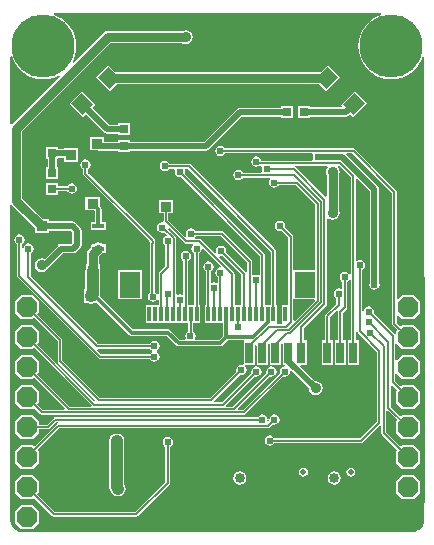
<source format=gbl>
G04*
G04 #@! TF.GenerationSoftware,Altium Limited,Altium Designer,19.0.4 (130)*
G04*
G04 Layer_Physical_Order=2*
G04 Layer_Color=16711680*
%FSLAX25Y25*%
%MOIN*%
G70*
G01*
G75*
%ADD10C,0.01000*%
%ADD13C,0.00600*%
%ADD14C,0.00500*%
%ADD19R,0.03000X0.03000*%
%ADD22R,0.03500X0.03800*%
%ADD23R,0.03800X0.03500*%
%ADD24R,0.03000X0.03000*%
%ADD55C,0.01968*%
%ADD58C,0.01200*%
%ADD59C,0.03000*%
%ADD60C,0.02000*%
%ADD61C,0.04000*%
%ADD63C,0.03347*%
%ADD64C,0.21000*%
%ADD65P,0.07360X8X22.5*%
%ADD66C,0.03600*%
%ADD67C,0.02400*%
%ADD68C,0.01800*%
%ADD69R,0.08000X0.08661*%
%ADD70R,0.06299X0.05512*%
%ADD71R,0.04724X0.05512*%
%ADD72R,0.02756X0.07087*%
G04:AMPARAMS|DCode=73|XSize=47.24mil|YSize=55.12mil|CornerRadius=0mil|HoleSize=0mil|Usage=FLASHONLY|Rotation=315.000|XOffset=0mil|YOffset=0mil|HoleType=Round|Shape=Rectangle|*
%AMROTATEDRECTD73*
4,1,4,-0.03619,-0.00278,0.00278,0.03619,0.03619,0.00278,-0.00278,-0.03619,-0.03619,-0.00278,0.0*
%
%ADD73ROTATEDRECTD73*%

%ADD74R,0.03740X0.03543*%
%ADD75R,0.03740X0.03543*%
G04:AMPARAMS|DCode=76|XSize=47.24mil|YSize=55.12mil|CornerRadius=0mil|HoleSize=0mil|Usage=FLASHONLY|Rotation=225.000|XOffset=0mil|YOffset=0mil|HoleType=Round|Shape=Rectangle|*
%AMROTATEDRECTD76*
4,1,4,-0.00278,0.03619,0.03619,-0.00278,0.00278,-0.03619,-0.03619,0.00278,-0.00278,0.03619,0.0*
%
%ADD76ROTATEDRECTD76*%

%ADD77R,0.03937X0.01772*%
%ADD78R,0.07087X0.08661*%
%ADD79R,0.01181X0.05118*%
G36*
X284590Y317494D02*
X282991Y316831D01*
X281514Y315927D01*
X280198Y314802D01*
X279073Y313486D01*
X278169Y312009D01*
X277506Y310410D01*
X277102Y308726D01*
X276966Y307000D01*
X277102Y305274D01*
X277506Y303590D01*
X278169Y301991D01*
X279073Y300514D01*
X280198Y299198D01*
X281514Y298073D01*
X282991Y297169D01*
X284590Y296506D01*
X286274Y296102D01*
X288000Y295966D01*
X289726Y296102D01*
X291410Y296506D01*
X293009Y297169D01*
X294486Y298073D01*
X295802Y299198D01*
X296927Y300514D01*
X297831Y301991D01*
X298494Y303590D01*
X298980Y303475D01*
Y149000D01*
X298983Y148989D01*
X298848Y147969D01*
X298450Y147008D01*
X297817Y146183D01*
X296992Y145550D01*
X296031Y145152D01*
X295011Y145017D01*
X295000Y145020D01*
X165000D01*
X164989Y145017D01*
X163969Y145152D01*
X163008Y145550D01*
X162183Y146183D01*
X161550Y147008D01*
X161152Y147969D01*
X161017Y148989D01*
X161020Y149000D01*
Y253964D01*
X161520Y254116D01*
X161558Y254058D01*
X169250Y246366D01*
Y244600D01*
X173750D01*
Y245471D01*
X181126D01*
X181730Y244866D01*
Y241393D01*
X181386Y241049D01*
X178020D01*
X177434Y240933D01*
X177394Y240905D01*
X176815D01*
Y240478D01*
X172461Y236124D01*
X172397Y236167D01*
X171500Y236345D01*
X170603Y236167D01*
X169842Y235658D01*
X169333Y234897D01*
X169155Y234000D01*
X169333Y233103D01*
X169842Y232342D01*
X170603Y231833D01*
X171500Y231655D01*
X172397Y231833D01*
X173158Y232342D01*
X173513Y232873D01*
X173581Y232919D01*
X178653Y237990D01*
X182020D01*
X182605Y238107D01*
X183101Y238438D01*
X184341Y239678D01*
X184673Y240175D01*
X184789Y240760D01*
Y245500D01*
X184673Y246085D01*
X184341Y246581D01*
X182841Y248081D01*
X182345Y248413D01*
X181760Y248529D01*
X173750D01*
Y249400D01*
X171984D01*
X165039Y256345D01*
Y278655D01*
X194345Y307961D01*
X218357D01*
X218547Y307833D01*
X219445Y307655D01*
X220342Y307833D01*
X221103Y308342D01*
X221611Y309103D01*
X221790Y310000D01*
X221611Y310897D01*
X221103Y311658D01*
X220342Y312167D01*
X219445Y312345D01*
X218547Y312167D01*
X218357Y312039D01*
X193500D01*
X192720Y311884D01*
X192058Y311442D01*
X182119Y301502D01*
X181723Y301814D01*
X181831Y301991D01*
X182494Y303590D01*
X182898Y305274D01*
X183034Y307000D01*
X182898Y308726D01*
X182494Y310410D01*
X181831Y312009D01*
X180927Y313486D01*
X179802Y314802D01*
X178486Y315927D01*
X177009Y316831D01*
X175410Y317494D01*
X175525Y317981D01*
X284475D01*
X284590Y317494D01*
D02*
G37*
G36*
X162169Y301991D02*
X163073Y300514D01*
X164198Y299198D01*
X165514Y298073D01*
X166991Y297169D01*
X168590Y296506D01*
X170274Y296102D01*
X172000Y295966D01*
X173726Y296102D01*
X175410Y296506D01*
X177009Y297169D01*
X177186Y297277D01*
X177498Y296881D01*
X161558Y280942D01*
X161520Y280884D01*
X161020Y281036D01*
Y303475D01*
X161506Y303590D01*
X162169Y301991D01*
D02*
G37*
%LPC*%
G36*
X266824Y300780D02*
X264537Y298493D01*
X195963D01*
X193676Y300780D01*
X189628Y296732D01*
X194232Y292128D01*
X196519Y294415D01*
X263981D01*
X266267Y292128D01*
X270872Y296732D01*
X266824Y300780D01*
D02*
G37*
G36*
X275732Y291872D02*
X271128Y287267D01*
X271404Y286991D01*
X271213Y286529D01*
X260800D01*
Y287000D01*
X256800D01*
Y283000D01*
X260800D01*
Y283471D01*
X272908D01*
X273493Y283587D01*
X273990Y283919D01*
X274233Y284162D01*
X275176Y283220D01*
X279780Y287824D01*
X275732Y291872D01*
D02*
G37*
G36*
X255150Y286994D02*
X251150D01*
Y286523D01*
X237494D01*
X236908Y286407D01*
X236412Y286075D01*
X225517Y275179D01*
X201006D01*
Y275650D01*
X197006D01*
Y275179D01*
X192196D01*
Y276772D01*
X187456D01*
Y272228D01*
X190134D01*
X190676Y272121D01*
X197006D01*
Y271650D01*
X201006D01*
Y272121D01*
X226150D01*
X226735Y272237D01*
X227231Y272569D01*
X238127Y283464D01*
X251150D01*
Y282994D01*
X255150D01*
Y286994D01*
D02*
G37*
G36*
X184767Y291872D02*
X180720Y287824D01*
X185324Y283220D01*
X186267Y284162D01*
X192210Y278219D01*
X192707Y277887D01*
X193292Y277771D01*
X197000D01*
Y277300D01*
X201000D01*
Y281300D01*
X197000D01*
Y280829D01*
X193925D01*
X188430Y286325D01*
X189372Y287267D01*
X184767Y291872D01*
D02*
G37*
G36*
X231000Y273733D02*
X230337Y273601D01*
X229774Y273226D01*
X229399Y272663D01*
X229267Y272000D01*
X229399Y271337D01*
X229774Y270774D01*
X230337Y270399D01*
X231000Y270267D01*
X231663Y270399D01*
X232226Y270774D01*
X232566Y271284D01*
X261712D01*
X261980Y270784D01*
X261899Y270663D01*
X261767Y270000D01*
X261899Y269337D01*
X261952Y269257D01*
X261716Y268816D01*
X244671D01*
X244601Y269163D01*
X244226Y269726D01*
X243663Y270101D01*
X243000Y270233D01*
X242337Y270101D01*
X241774Y269726D01*
X241399Y269163D01*
X241267Y268500D01*
X241399Y267837D01*
X241774Y267274D01*
X242337Y266899D01*
X243000Y266767D01*
X243663Y266899D01*
X244091Y267184D01*
X244716D01*
X244952Y266743D01*
X244899Y266663D01*
X244767Y266000D01*
X244899Y265337D01*
X244952Y265257D01*
X244716Y264816D01*
X238499D01*
X238226Y265226D01*
X237663Y265601D01*
X237000Y265733D01*
X236337Y265601D01*
X235774Y265226D01*
X235399Y264663D01*
X235267Y264000D01*
X235399Y263337D01*
X235774Y262774D01*
X236337Y262399D01*
X237000Y262267D01*
X237663Y262399D01*
X238226Y262774D01*
X238499Y263184D01*
X247529D01*
X247668Y262887D01*
X247715Y262684D01*
X247367Y262163D01*
X247235Y261500D01*
X247367Y260837D01*
X247743Y260274D01*
X248305Y259899D01*
X248969Y259767D01*
X249632Y259899D01*
X250194Y260274D01*
X250468Y260684D01*
X256162D01*
X262684Y254162D01*
Y232331D01*
X255316D01*
Y243500D01*
X255254Y243812D01*
X255077Y244077D01*
X255077Y244077D01*
X252574Y246579D01*
X252670Y247063D01*
X252538Y247726D01*
X252163Y248289D01*
X251600Y248664D01*
X250937Y248796D01*
X250274Y248664D01*
X249711Y248289D01*
X249336Y247726D01*
X249204Y247063D01*
X249336Y246400D01*
X249711Y245837D01*
X250274Y245462D01*
X250937Y245330D01*
X251421Y245426D01*
X253684Y243162D01*
Y220728D01*
X251547D01*
Y214610D01*
X251169Y214316D01*
X250169D01*
X249791Y214610D01*
Y220728D01*
X249516D01*
Y238799D01*
X249454Y239111D01*
X249277Y239376D01*
X249277Y239376D01*
X221077Y267577D01*
X220812Y267754D01*
X220500Y267816D01*
X220500Y267816D01*
X214000D01*
X213726Y268226D01*
X213163Y268601D01*
X212500Y268733D01*
X211837Y268601D01*
X211274Y268226D01*
X210899Y267663D01*
X210767Y267000D01*
X210899Y266337D01*
X211274Y265774D01*
X211837Y265399D01*
X212500Y265267D01*
X213163Y265399D01*
X213726Y265774D01*
X214000Y266184D01*
X215716D01*
X215952Y265743D01*
X215899Y265663D01*
X215767Y265000D01*
X215899Y264337D01*
X216274Y263774D01*
X216837Y263399D01*
X217500Y263267D01*
X217984Y263363D01*
X244184Y237162D01*
Y230784D01*
X243743Y230548D01*
X243663Y230601D01*
X243000Y230733D01*
X242337Y230601D01*
X242142Y230472D01*
X241642Y230739D01*
Y235173D01*
X241642Y235173D01*
X241580Y235485D01*
X241404Y235750D01*
X241404Y235750D01*
X232077Y245077D01*
X231812Y245254D01*
X231500Y245316D01*
X231500Y245316D01*
X222700D01*
X222426Y245726D01*
X221863Y246101D01*
X221200Y246233D01*
X220537Y246101D01*
X219974Y245726D01*
X219599Y245163D01*
X219467Y244500D01*
X219599Y243837D01*
X219749Y243612D01*
X219361Y243293D01*
X213716Y248938D01*
Y251250D01*
X215300D01*
Y255750D01*
X210500D01*
Y251250D01*
X212084D01*
Y248634D01*
X212074Y248591D01*
X211652Y248210D01*
X211535Y248233D01*
X210872Y248101D01*
X210310Y247726D01*
X209934Y247163D01*
X209802Y246500D01*
X209934Y245837D01*
X210310Y245274D01*
X210872Y244899D01*
X211535Y244767D01*
X212199Y244899D01*
X212288Y244958D01*
X213112Y244134D01*
X212967Y243656D01*
X212872Y243637D01*
X212310Y243261D01*
X211934Y242699D01*
X211802Y242035D01*
X211934Y241372D01*
X212310Y240810D01*
X212720Y240536D01*
Y233574D01*
X210722Y231577D01*
X210546Y231312D01*
X210484Y231000D01*
X210484Y231000D01*
Y224491D01*
X209983Y224340D01*
X209726Y224726D01*
X209163Y225101D01*
X209116Y225111D01*
Y240921D01*
X209254Y241127D01*
X209316Y241440D01*
Y242000D01*
X209316Y242000D01*
X209254Y242312D01*
X209077Y242577D01*
X209077Y242577D01*
X186816Y264838D01*
Y266000D01*
X187226Y266274D01*
X187601Y266837D01*
X187733Y267500D01*
X187601Y268163D01*
X187226Y268726D01*
X186663Y269101D01*
X186000Y269233D01*
X185337Y269101D01*
X184774Y268726D01*
X184399Y268163D01*
X184267Y267500D01*
X184399Y266837D01*
X184774Y266274D01*
X185184Y266000D01*
Y264500D01*
X185184Y264500D01*
X185246Y264188D01*
X185423Y263923D01*
X207646Y241701D01*
X207546Y241552D01*
X207484Y241240D01*
X207484Y241240D01*
Y224866D01*
X207274Y224726D01*
X206899Y224163D01*
X206767Y223500D01*
X206899Y222837D01*
X207274Y222274D01*
X207837Y221899D01*
X208500Y221767D01*
X209163Y221899D01*
X209726Y222274D01*
X209983Y222660D01*
X210484Y222509D01*
Y220728D01*
X206272D01*
Y214610D01*
X220326D01*
Y212094D01*
X219774Y211726D01*
X219399Y211163D01*
X219267Y210500D01*
X219399Y209837D01*
X219542Y209622D01*
X219275Y209121D01*
X217559D01*
X214388Y212293D01*
X214024Y212536D01*
X213595Y212622D01*
X213595Y212621D01*
X201965D01*
X190940Y223646D01*
X191049Y224193D01*
Y232000D01*
X190900Y232749D01*
Y234250D01*
X190539D01*
Y236868D01*
X191749Y238078D01*
X191787Y238134D01*
X192776D01*
Y240905D01*
X191787D01*
X191749Y240962D01*
X191087Y241404D01*
X190307Y241559D01*
X189527Y241404D01*
X188865Y240962D01*
X188809Y240905D01*
X187839D01*
Y239935D01*
X187058Y239155D01*
X186616Y238493D01*
X186461Y237713D01*
Y234250D01*
X186100D01*
Y232749D01*
X185951Y232000D01*
Y225943D01*
X185600D01*
Y224442D01*
X185451Y223693D01*
X185600Y222944D01*
Y221443D01*
X186867D01*
X187024Y221338D01*
X188000Y221144D01*
X188976Y221338D01*
X189132Y221443D01*
X189971D01*
X200707Y210707D01*
X200707Y210707D01*
X201071Y210464D01*
X201500Y210379D01*
X213130D01*
X216301Y207207D01*
X216302Y207207D01*
X216665Y206964D01*
X217095Y206878D01*
X217095Y206878D01*
X231000D01*
X231000Y206878D01*
X231429Y206964D01*
X231793Y207207D01*
X233465Y208878D01*
X238776D01*
Y201082D01*
X238328Y200668D01*
X238000Y200733D01*
X237337Y200601D01*
X236774Y200226D01*
X236399Y199663D01*
X236267Y199000D01*
X236375Y198456D01*
X227683Y189765D01*
X190817D01*
X178265Y202317D01*
Y209000D01*
X178207Y209293D01*
X178041Y209541D01*
X169966Y217616D01*
X170400Y218050D01*
Y221950D01*
X168450Y223900D01*
X164550D01*
X162600Y221950D01*
Y218050D01*
X164550Y216100D01*
X168450D01*
X168884Y216534D01*
X176735Y208683D01*
Y202000D01*
X176794Y201707D01*
X176959Y201459D01*
X189299Y189120D01*
X189134Y188577D01*
X189026Y188555D01*
X169966Y207616D01*
X170400Y208050D01*
Y211950D01*
X168450Y213900D01*
X164550D01*
X162600Y211950D01*
Y208050D01*
X164550Y206100D01*
X168450D01*
X168884Y206534D01*
X188154Y187265D01*
X187947Y186765D01*
X180817D01*
X169966Y197616D01*
X170400Y198050D01*
Y201950D01*
X168450Y203900D01*
X164550D01*
X162600Y201950D01*
Y198050D01*
X164550Y196100D01*
X168450D01*
X168884Y196534D01*
X179191Y186228D01*
X179000Y185766D01*
X171888D01*
X170002Y187652D01*
X170400Y188050D01*
Y191950D01*
X168450Y193900D01*
X164550D01*
X162600Y191950D01*
Y188050D01*
X164550Y186100D01*
X168450D01*
X168848Y186498D01*
X170973Y184373D01*
X170973Y184373D01*
X171238Y184196D01*
X171550Y184134D01*
X171550Y184134D01*
X238950D01*
X238950Y184134D01*
X239262Y184196D01*
X239527Y184373D01*
X252016Y196863D01*
X252500Y196767D01*
X253163Y196899D01*
X253726Y197274D01*
X254101Y197837D01*
X254233Y198500D01*
X254191Y198711D01*
X254652Y198957D01*
X260457Y193152D01*
X260427Y193000D01*
X260606Y192103D01*
X261114Y191342D01*
X261875Y190833D01*
X262772Y190655D01*
X263670Y190833D01*
X264431Y191342D01*
X264939Y192103D01*
X265117Y193000D01*
X264939Y193897D01*
X264431Y194658D01*
X263670Y195167D01*
X262772Y195345D01*
X262620Y195315D01*
X257602Y200333D01*
X257793Y200795D01*
X259854D01*
Y208882D01*
X258792D01*
Y213027D01*
X266277Y220512D01*
X266277Y220512D01*
X266454Y220777D01*
X266516Y221089D01*
Y249498D01*
X267016Y249726D01*
X267603Y249333D01*
X268500Y249155D01*
X269397Y249333D01*
X270158Y249842D01*
X270667Y250603D01*
X270845Y251500D01*
X270667Y252397D01*
X270539Y252588D01*
Y263912D01*
X270667Y264103D01*
X270845Y265000D01*
X270667Y265897D01*
X270228Y266554D01*
X270355Y266937D01*
X270444Y267063D01*
X270743Y267104D01*
X274483Y263363D01*
Y230991D01*
X273984Y230840D01*
X273726Y231226D01*
X273163Y231601D01*
X272500Y231733D01*
X271837Y231601D01*
X271274Y231226D01*
X270899Y230663D01*
X270767Y230000D01*
X270899Y229337D01*
X271274Y228774D01*
X271684Y228500D01*
Y226284D01*
X271243Y226048D01*
X271163Y226101D01*
X270500Y226233D01*
X269837Y226101D01*
X269274Y225726D01*
X268899Y225163D01*
X268767Y224500D01*
X268899Y223837D01*
X269274Y223274D01*
X269684Y223000D01*
Y221138D01*
X266061Y217515D01*
X265884Y217250D01*
X265822Y216938D01*
X265822Y216938D01*
Y208882D01*
X264760D01*
Y200795D01*
X268516D01*
Y208882D01*
X267454D01*
Y216600D01*
X269767Y218914D01*
X270191Y218630D01*
X270153Y218440D01*
X270153Y218440D01*
Y208882D01*
X269091D01*
Y200795D01*
X272846D01*
Y208882D01*
X271784D01*
Y218102D01*
X273077Y219395D01*
X273077Y219395D01*
X273254Y219659D01*
X273316Y219972D01*
X273316Y219972D01*
Y228500D01*
X273726Y228774D01*
X273984Y229160D01*
X274483Y229009D01*
Y208882D01*
X273421D01*
Y200795D01*
X277177D01*
Y208882D01*
X276115D01*
Y231775D01*
X276615Y232059D01*
X276684Y232017D01*
Y212000D01*
X276684Y212000D01*
X276746Y211688D01*
X276923Y211423D01*
X283184Y205162D01*
Y181838D01*
X277662Y176316D01*
X249000D01*
X248726Y176726D01*
X248163Y177101D01*
X247500Y177233D01*
X246837Y177101D01*
X246274Y176726D01*
X245899Y176163D01*
X245767Y175500D01*
X245899Y174837D01*
X246274Y174274D01*
X246837Y173899D01*
X247500Y173767D01*
X248163Y173899D01*
X248726Y174274D01*
X249000Y174684D01*
X278000D01*
X278000Y174684D01*
X278312Y174746D01*
X278577Y174923D01*
X284184Y180531D01*
X284684Y180324D01*
Y178000D01*
X284684Y178000D01*
X284746Y177688D01*
X284923Y177423D01*
X289998Y172348D01*
X289600Y171950D01*
Y168050D01*
X291550Y166100D01*
X295450D01*
X297400Y168050D01*
Y171950D01*
X295450Y173900D01*
X291550D01*
X291152Y173502D01*
X286316Y178338D01*
Y185324D01*
X286816Y185531D01*
X289998Y182348D01*
X289600Y181950D01*
Y178050D01*
X291550Y176100D01*
X295450D01*
X297400Y178050D01*
Y181950D01*
X295450Y183900D01*
X291550D01*
X291152Y183502D01*
X287816Y186838D01*
Y193824D01*
X288316Y194031D01*
X289998Y192348D01*
X289600Y191950D01*
Y188050D01*
X291550Y186100D01*
X295450D01*
X297400Y188050D01*
Y191950D01*
X295450Y193900D01*
X291550D01*
X291152Y193502D01*
X289316Y195338D01*
Y197627D01*
X289816Y197834D01*
X291550Y196100D01*
X295450D01*
X297400Y198050D01*
Y201950D01*
X295450Y203900D01*
X291550D01*
X289816Y202166D01*
X289316Y202373D01*
Y207627D01*
X289816Y207834D01*
X291550Y206100D01*
X295450D01*
X297400Y208050D01*
Y211950D01*
X295450Y213900D01*
X291550D01*
X291152Y213502D01*
X289816Y214838D01*
Y217181D01*
X290278Y217372D01*
X291550Y216100D01*
X295450D01*
X297400Y218050D01*
Y221950D01*
X295450Y223900D01*
X291550D01*
X290278Y222628D01*
X289816Y222819D01*
Y258500D01*
X289754Y258812D01*
X289577Y259077D01*
X289577Y259077D01*
X275977Y272677D01*
X275712Y272854D01*
X275400Y272916D01*
X275400Y272916D01*
X232433D01*
X232226Y273226D01*
X231663Y273601D01*
X231000Y273733D01*
D02*
G37*
G36*
X177000Y273200D02*
X173000D01*
Y269200D01*
X173471D01*
Y266850D01*
X172994D01*
Y262850D01*
X176994D01*
Y266850D01*
X176529D01*
Y269200D01*
X177000D01*
Y269671D01*
X178804D01*
Y268488D01*
X183544D01*
Y273031D01*
X178804D01*
Y272729D01*
X177000D01*
Y273200D01*
D02*
G37*
G36*
X181500Y261233D02*
X180837Y261101D01*
X180274Y260726D01*
X180000Y260316D01*
X177000D01*
Y261200D01*
X173000D01*
Y257200D01*
X177000D01*
Y258684D01*
X180000D01*
X180274Y258274D01*
X180837Y257899D01*
X181500Y257767D01*
X182163Y257899D01*
X182726Y258274D01*
X183101Y258837D01*
X183233Y259500D01*
X183101Y260163D01*
X182726Y260726D01*
X182163Y261101D01*
X181500Y261233D01*
D02*
G37*
G36*
X190800Y256750D02*
X186000D01*
Y252250D01*
X189064D01*
X189186Y252128D01*
Y248386D01*
X187839D01*
Y245614D01*
X192776D01*
Y248386D01*
X191429D01*
Y252593D01*
X191429Y252593D01*
X191343Y253022D01*
X191100Y253386D01*
X191100Y253386D01*
X190800Y253686D01*
Y256750D01*
D02*
G37*
G36*
X204909Y232331D02*
X196823D01*
Y222669D01*
X204909D01*
Y232331D01*
D02*
G37*
G36*
X164000Y244233D02*
X163337Y244101D01*
X162774Y243726D01*
X162399Y243163D01*
X162267Y242500D01*
X162399Y241837D01*
X162774Y241274D01*
X163184Y241000D01*
Y230500D01*
X163184Y230500D01*
X163246Y230188D01*
X163423Y229923D01*
X190423Y202923D01*
X190423Y202923D01*
X190688Y202746D01*
X191000Y202684D01*
X191000Y202684D01*
X207500D01*
X207774Y202274D01*
X208337Y201899D01*
X209000Y201767D01*
X209663Y201899D01*
X210226Y202274D01*
X210601Y202837D01*
X210733Y203500D01*
X210601Y204163D01*
X210226Y204726D01*
X209864Y204967D01*
Y205533D01*
X210226Y205774D01*
X210601Y206337D01*
X210733Y207000D01*
X210601Y207663D01*
X210226Y208226D01*
X209663Y208601D01*
X209000Y208733D01*
X208337Y208601D01*
X207774Y208226D01*
X207500Y207816D01*
X190338D01*
X167816Y230338D01*
Y238000D01*
X168226Y238274D01*
X168601Y238837D01*
X168733Y239500D01*
X168601Y240163D01*
X168226Y240726D01*
X167663Y241101D01*
X167000Y241233D01*
X166337Y241101D01*
X165774Y240726D01*
X165416Y240190D01*
X165399Y240163D01*
X165269Y239751D01*
X165265Y239751D01*
X164816Y239874D01*
Y241000D01*
X165226Y241274D01*
X165601Y241837D01*
X165733Y242500D01*
X165601Y243163D01*
X165226Y243726D01*
X164663Y244101D01*
X164000Y244233D01*
D02*
G37*
G36*
X249000Y184233D02*
X248337Y184101D01*
X247774Y183726D01*
X247399Y183163D01*
X247267Y182500D01*
X247307Y182296D01*
X247003Y181970D01*
X246708Y182373D01*
X246733Y182500D01*
X246601Y183163D01*
X246226Y183726D01*
X245663Y184101D01*
X245000Y184233D01*
X244337Y184101D01*
X243774Y183726D01*
X243466Y183265D01*
X176000D01*
X175707Y183206D01*
X175459Y183041D01*
X175459Y183041D01*
X173183Y180765D01*
X170400D01*
Y181950D01*
X168450Y183900D01*
X164550D01*
X162600Y181950D01*
Y178050D01*
X164550Y176100D01*
X168450D01*
X170400Y178050D01*
Y179235D01*
X173500D01*
X173793Y179294D01*
X174041Y179459D01*
X176317Y181735D01*
X176803D01*
X176852Y181235D01*
X176707Y181207D01*
X176459Y181041D01*
X168884Y173466D01*
X168450Y173900D01*
X164550D01*
X162600Y171950D01*
Y168050D01*
X164550Y166100D01*
X168450D01*
X170400Y168050D01*
Y171950D01*
X169966Y172384D01*
X177317Y179735D01*
X247000D01*
X247293Y179794D01*
X247541Y179959D01*
X248456Y180875D01*
X249000Y180767D01*
X249663Y180899D01*
X250226Y181274D01*
X250601Y181837D01*
X250733Y182500D01*
X250601Y183163D01*
X250226Y183726D01*
X249663Y184101D01*
X249000Y184233D01*
D02*
G37*
G36*
X274500Y166513D02*
X273921Y166398D01*
X273430Y166070D01*
X273102Y165579D01*
X272987Y165000D01*
X273102Y164421D01*
X273430Y163930D01*
X273921Y163602D01*
X274500Y163487D01*
X275079Y163602D01*
X275570Y163930D01*
X275898Y164421D01*
X276013Y165000D01*
X275898Y165579D01*
X275570Y166070D01*
X275079Y166398D01*
X274500Y166513D01*
D02*
G37*
G36*
X258700D02*
X258121Y166398D01*
X257630Y166070D01*
X257302Y165579D01*
X257187Y165000D01*
X257302Y164421D01*
X257630Y163930D01*
X258121Y163602D01*
X258700Y163487D01*
X259279Y163602D01*
X259770Y163930D01*
X260098Y164421D01*
X260213Y165000D01*
X260098Y165579D01*
X259770Y166070D01*
X259279Y166398D01*
X258700Y166513D01*
D02*
G37*
G36*
X269000Y165216D02*
X268152Y165047D01*
X267433Y164567D01*
X266953Y163848D01*
X266784Y163000D01*
X266953Y162152D01*
X267433Y161433D01*
X268152Y160953D01*
X269000Y160784D01*
X269848Y160953D01*
X270567Y161433D01*
X271047Y162152D01*
X271216Y163000D01*
X271047Y163848D01*
X270567Y164567D01*
X269848Y165047D01*
X269000Y165216D01*
D02*
G37*
G36*
X237504D02*
X236656Y165047D01*
X235937Y164567D01*
X235457Y163848D01*
X235288Y163000D01*
X235457Y162152D01*
X235937Y161433D01*
X236656Y160953D01*
X237504Y160784D01*
X238352Y160953D01*
X239071Y161433D01*
X239551Y162152D01*
X239720Y163000D01*
X239551Y163848D01*
X239071Y164567D01*
X238352Y165047D01*
X237504Y165216D01*
D02*
G37*
G36*
X196500Y178049D02*
X195525Y177855D01*
X194698Y177302D01*
X194145Y176476D01*
X193951Y175500D01*
Y160000D01*
X194145Y159025D01*
X194698Y158198D01*
X195198Y157698D01*
X196025Y157145D01*
X197000Y156951D01*
X197976Y157145D01*
X198802Y157698D01*
X199355Y158525D01*
X199549Y159500D01*
X199355Y160476D01*
X199049Y160933D01*
Y175500D01*
X198855Y176476D01*
X198302Y177302D01*
X197476Y177855D01*
X196500Y178049D01*
D02*
G37*
G36*
X295450Y163900D02*
X291550D01*
X289600Y161950D01*
Y158050D01*
X291550Y156100D01*
X295450D01*
X297400Y158050D01*
Y161950D01*
X295450Y163900D01*
D02*
G37*
G36*
X213500Y176733D02*
X212837Y176601D01*
X212274Y176226D01*
X211899Y175663D01*
X211767Y175000D01*
X211899Y174337D01*
X212274Y173774D01*
X212684Y173500D01*
Y161838D01*
X202662Y151816D01*
X175838D01*
X170002Y157652D01*
X170400Y158050D01*
Y161950D01*
X168450Y163900D01*
X164550D01*
X162600Y161950D01*
Y158050D01*
X164550Y156100D01*
X168450D01*
X168848Y156498D01*
X174923Y150423D01*
X174923Y150423D01*
X175188Y150246D01*
X175500Y150184D01*
X203000D01*
X203000Y150184D01*
X203312Y150246D01*
X203577Y150423D01*
X214077Y160923D01*
X214077Y160923D01*
X214254Y161188D01*
X214316Y161500D01*
Y173500D01*
X214726Y173774D01*
X215101Y174337D01*
X215233Y175000D01*
X215101Y175663D01*
X214726Y176226D01*
X214163Y176601D01*
X213500Y176733D01*
D02*
G37*
G36*
X168450Y153900D02*
X164550D01*
X162600Y151950D01*
Y148050D01*
X164550Y146100D01*
X168450D01*
X170400Y148050D01*
Y151950D01*
X168450Y153900D01*
D02*
G37*
%LPD*%
G36*
X266881Y266684D02*
X266842Y266658D01*
X266333Y265897D01*
X266155Y265000D01*
X266333Y264103D01*
X266461Y263912D01*
Y256900D01*
X265961Y256693D01*
X256077Y266577D01*
X255916Y266684D01*
X256014Y267184D01*
X266729D01*
X266881Y266684D01*
D02*
G37*
G36*
X240011Y234835D02*
Y231756D01*
X239511Y231605D01*
X239435Y231718D01*
X232889Y238264D01*
X232985Y238748D01*
X232853Y239411D01*
X232478Y239974D01*
X231915Y240349D01*
X231252Y240481D01*
X230589Y240349D01*
X230026Y239974D01*
X229651Y239411D01*
X229519Y238748D01*
X229620Y238241D01*
X229159Y237995D01*
X224577Y242577D01*
X224312Y242754D01*
X224000Y242816D01*
X224000Y242816D01*
X222639D01*
X222501Y243113D01*
X222461Y243283D01*
X222757Y243684D01*
X231162D01*
X240011Y234835D01*
D02*
G37*
G36*
X231129Y233717D02*
X231062Y233465D01*
X230922Y233218D01*
X230337Y233101D01*
X229774Y232726D01*
X229399Y232163D01*
X229267Y231500D01*
X229399Y230837D01*
X229774Y230274D01*
X230184Y230000D01*
Y228284D01*
X229743Y228048D01*
X229663Y228101D01*
X229477Y228138D01*
X229328Y228238D01*
X229016Y228300D01*
X228704Y228238D01*
X228568Y228147D01*
X228337Y228101D01*
X228257Y228048D01*
X227816Y228284D01*
Y231969D01*
X228273Y232274D01*
X228649Y232837D01*
X228781Y233500D01*
X228649Y234163D01*
X228273Y234726D01*
X227711Y235101D01*
X227047Y235233D01*
X226384Y235101D01*
X225822Y234726D01*
X225446Y234163D01*
X225314Y233500D01*
X225446Y232837D01*
X225822Y232274D01*
X226184Y232032D01*
Y220728D01*
X225957D01*
Y214610D01*
X231831D01*
Y210417D01*
X230535Y209121D01*
X222725D01*
X222458Y209622D01*
X222601Y209837D01*
X222733Y210500D01*
X222601Y211163D01*
X222226Y211726D01*
X221957Y211905D01*
Y214610D01*
X224201D01*
Y220728D01*
X223926D01*
Y237890D01*
X224336Y238164D01*
X224712Y238726D01*
X224828Y239311D01*
X225075Y239452D01*
X225328Y239519D01*
X231129Y233717D01*
D02*
G37*
G36*
X288184Y258162D02*
Y214500D01*
X288184Y214500D01*
X288246Y214188D01*
X288423Y213923D01*
X289998Y212348D01*
X289600Y211950D01*
Y211194D01*
X289100Y211042D01*
X289077Y211077D01*
X289077Y211077D01*
X282137Y218016D01*
X282233Y218500D01*
X282101Y219163D01*
X281726Y219726D01*
X281163Y220101D01*
X280500Y220233D01*
X279837Y220101D01*
X279274Y219726D01*
X278899Y219163D01*
X278816Y218746D01*
X278316Y218795D01*
Y232500D01*
X278726Y232774D01*
X279101Y233337D01*
X279233Y234000D01*
X279101Y234663D01*
X278726Y235226D01*
X278163Y235601D01*
X277500Y235733D01*
X276837Y235601D01*
X276615Y235453D01*
X276115Y235720D01*
Y262614D01*
X276577Y262806D01*
X280821Y258562D01*
Y228271D01*
X280749Y228163D01*
X280617Y227500D01*
X280749Y226837D01*
X281124Y226274D01*
X281687Y225899D01*
X282350Y225767D01*
X283013Y225899D01*
X283576Y226274D01*
X283951Y226837D01*
X284083Y227500D01*
X283951Y228163D01*
X283879Y228271D01*
Y259196D01*
X283763Y259781D01*
X283431Y260277D01*
X272924Y270784D01*
X273131Y271284D01*
X275062D01*
X288184Y258162D01*
D02*
G37*
G36*
X247885Y238461D02*
Y220728D01*
X245816D01*
Y237500D01*
X245754Y237812D01*
X245577Y238077D01*
X245577Y238077D01*
X219137Y264516D01*
X219233Y265000D01*
X219101Y265663D01*
X219048Y265743D01*
X219284Y266184D01*
X220162D01*
X247885Y238461D01*
D02*
G37*
G36*
X231252Y237015D02*
X231736Y237111D01*
X238043Y230804D01*
Y220728D01*
X235737D01*
Y231079D01*
X235737Y231079D01*
X235675Y231391D01*
X235498Y231656D01*
X235498Y231656D01*
X230499Y236655D01*
X230745Y237116D01*
X231252Y237015D01*
D02*
G37*
G36*
X214086Y246260D02*
X218923Y241423D01*
X219188Y241246D01*
X219500Y241184D01*
X219500Y241184D01*
X221836D01*
X221988Y240684D01*
X221885Y240615D01*
X221509Y240053D01*
X221377Y239390D01*
X221509Y238726D01*
X221885Y238164D01*
X222294Y237890D01*
Y220728D01*
X220316D01*
Y235500D01*
X220726Y235774D01*
X221101Y236337D01*
X221233Y237000D01*
X221101Y237663D01*
X220726Y238226D01*
X220163Y238601D01*
X219500Y238733D01*
X218837Y238601D01*
X218274Y238226D01*
X217899Y237663D01*
X217767Y237000D01*
X217899Y236337D01*
X218274Y235774D01*
X218684Y235500D01*
Y224284D01*
X218243Y224048D01*
X218163Y224101D01*
X217500Y224233D01*
X216837Y224101D01*
X216757Y224048D01*
X216316Y224284D01*
Y241029D01*
X216351Y241207D01*
Y242864D01*
X216289Y243176D01*
X216112Y243441D01*
X216112Y243441D01*
X213561Y245992D01*
X213561Y246079D01*
X214016Y246269D01*
X214086Y246260D01*
D02*
G37*
G36*
X262516Y222169D02*
X255816Y215469D01*
X255316Y215676D01*
Y222669D01*
X262309D01*
X262516Y222169D01*
D02*
G37*
G36*
X251768Y207563D02*
Y200795D01*
X252467D01*
X252519Y200708D01*
X252518Y200688D01*
X252251Y200184D01*
X251837Y200101D01*
X251274Y199726D01*
X250899Y199163D01*
X250767Y198500D01*
X250863Y198016D01*
X238612Y185766D01*
X237000D01*
X236809Y186228D01*
X247456Y196875D01*
X248000Y196767D01*
X248663Y196899D01*
X249226Y197274D01*
X249601Y197837D01*
X249733Y198500D01*
X249601Y199163D01*
X249226Y199726D01*
X248663Y200101D01*
X248000Y200233D01*
X247337Y200101D01*
X246774Y199726D01*
X246399Y199163D01*
X246267Y198500D01*
X246375Y197956D01*
X235183Y186765D01*
X233053D01*
X232846Y187265D01*
X242456Y196875D01*
X243000Y196767D01*
X243663Y196899D01*
X244226Y197274D01*
X244601Y197837D01*
X244733Y198500D01*
X244601Y199163D01*
X244226Y199726D01*
X243663Y200101D01*
X243000Y200233D01*
X242337Y200101D01*
X241774Y199726D01*
X241399Y199163D01*
X241267Y198500D01*
X241375Y197956D01*
X231683Y188265D01*
X229053D01*
X228846Y188765D01*
X237456Y197375D01*
X238000Y197267D01*
X238663Y197399D01*
X239226Y197774D01*
X239601Y198337D01*
X239733Y199000D01*
X239601Y199663D01*
X239226Y200226D01*
X239121Y200295D01*
X239273Y200795D01*
X242531D01*
Y207217D01*
X242606Y207267D01*
X243106Y206999D01*
Y200795D01*
X246862D01*
Y207754D01*
X246937Y207804D01*
X247437Y207537D01*
Y200795D01*
X251193D01*
Y207780D01*
X251268Y207830D01*
X251768Y207563D01*
D02*
G37*
G36*
X207774Y205774D02*
X208136Y205533D01*
Y204967D01*
X207774Y204726D01*
X207500Y204316D01*
X191338D01*
X189950Y205703D01*
X189951Y205714D01*
X190176Y206184D01*
X207500D01*
X207774Y205774D01*
D02*
G37*
D10*
X291500Y237000D02*
X298500Y230000D01*
X168300Y231700D02*
Y236900D01*
Y231700D02*
X172000Y228000D01*
X168300Y236900D02*
X171500Y240100D01*
X192500Y287500D02*
X212500D01*
X191100Y209900D02*
X210600D01*
X213500Y193000D02*
X225000D01*
X204500D02*
X213500D01*
Y207000D01*
X210600Y209900D02*
X213500Y207000D01*
X171350Y276850D02*
X174994D01*
X169000Y274500D02*
X171350Y276850D01*
X169000Y258000D02*
Y274500D01*
Y258000D02*
X172500Y254500D01*
X181500D01*
X181174Y278240D02*
X185500Y273914D01*
Y271500D02*
Y273914D01*
Y271500D02*
X186500Y270500D01*
X206000D01*
Y253500D02*
Y270500D01*
X206500Y270000D01*
X226000D01*
X174529Y277315D02*
X174994Y276850D01*
X174529Y277315D02*
Y286529D01*
X174994Y276850D02*
X179784D01*
X181174Y278240D01*
X185000Y295000D02*
X192500Y287500D01*
X183000Y295000D02*
X185000D01*
X174529Y286529D02*
X183000Y295000D01*
X225000Y193000D02*
X232000Y200000D01*
X225079Y213921D02*
X228000Y211000D01*
X225079Y213921D02*
Y217669D01*
X231500Y261000D02*
Y264500D01*
Y261000D02*
X250669Y241831D01*
Y217669D02*
Y241831D01*
X262307Y201693D02*
Y204839D01*
X226000Y270000D02*
X231500Y264500D01*
X274500Y189500D02*
X277500Y186500D01*
X298500Y155000D02*
Y230000D01*
X277500Y181000D02*
Y186500D01*
X262307Y201693D02*
X274500Y189500D01*
Y178000D02*
X277500Y181000D01*
X293500Y150000D02*
X298500Y155000D01*
X241000Y178000D02*
X274500D01*
X239400Y176400D02*
X241000Y178000D01*
X239400Y176400D02*
X244000Y171800D01*
X222100Y176400D02*
X239400D01*
X220000Y178500D02*
X222100Y176400D01*
X244000Y151500D02*
Y171800D01*
X181500Y254500D02*
X185000Y251000D01*
Y246588D02*
X187588Y244000D01*
Y241069D02*
Y244000D01*
X185000Y246588D02*
Y251000D01*
X184500Y237981D02*
X187588Y241069D01*
X184500Y237000D02*
Y237981D01*
Y234900D02*
Y237000D01*
X181600Y232000D02*
X184500Y234900D01*
X181100Y231500D02*
X181600Y232000D01*
X174660Y243260D02*
X179283D01*
X171500Y240100D02*
X174660Y243260D01*
X185000Y216000D02*
X191100Y209900D01*
X193000Y178500D02*
X220000D01*
X181100Y223693D02*
Y231500D01*
Y220400D02*
X185000Y216500D01*
X177600Y228000D02*
X181100Y231500D01*
Y220400D02*
Y223693D01*
X185000Y216000D02*
Y216500D01*
X172000Y228000D02*
X177600D01*
D13*
X167000Y230000D02*
Y239500D01*
Y230000D02*
X190000Y207000D01*
X224000Y242000D02*
X234921Y231079D01*
X219500Y242000D02*
X224000D01*
X234921Y217669D02*
Y231079D01*
X223110Y217669D02*
Y239390D01*
X289000Y214500D02*
Y258500D01*
Y214500D02*
X293500Y210000D01*
X284000Y181500D02*
Y205500D01*
X277500Y212000D02*
X284000Y205500D01*
X288500Y195000D02*
Y210500D01*
X280500Y218500D02*
X288500Y210500D01*
X285500Y178000D02*
Y207000D01*
X281000Y211500D02*
X285500Y207000D01*
X287000Y186500D02*
Y208500D01*
X280500Y215000D02*
X287000Y208500D01*
X277500Y212000D02*
Y234000D01*
X272500Y219972D02*
Y230000D01*
X270969Y218440D02*
X272500Y219972D01*
X270969Y204839D02*
Y218440D01*
X171550Y184950D02*
X238950D01*
X166500Y190000D02*
X171550Y184950D01*
X238950D02*
X252500Y198500D01*
X243000Y268500D02*
X243500Y268000D01*
X270500Y220800D02*
Y224500D01*
X266638Y204839D02*
Y216938D01*
X248969Y261500D02*
X256500D01*
X266638Y216938D02*
X270500Y220800D01*
X257976Y204839D02*
Y213365D01*
X265700Y221089D01*
X246500Y266000D02*
X255500D01*
X237000Y264000D02*
X255556D01*
X288500Y195000D02*
X293500Y190000D01*
X287000Y186500D02*
X293500Y180000D01*
X285500Y178000D02*
X293500Y170000D01*
X278000Y175500D02*
X284000Y181500D01*
X247500Y175500D02*
X278000D01*
X186000Y264500D02*
X208500Y242000D01*
X186000Y264500D02*
Y267500D01*
X263500Y222000D02*
Y254500D01*
X256500Y261500D02*
X263500Y254500D01*
X264600Y221544D02*
Y254956D01*
X255556Y264000D02*
X264600Y254956D01*
X265700Y221089D02*
Y255800D01*
X255500Y266000D02*
X265700Y255800D01*
X275299Y204839D02*
Y263701D01*
X231000Y272000D02*
X231100Y272100D01*
X271000Y268000D02*
X275299Y263701D01*
X243500Y268000D02*
X271000D01*
X275400Y272100D02*
X289000Y258500D01*
X231100Y272100D02*
X275400D01*
X166500Y160000D02*
X175500Y151000D01*
X213500Y161500D02*
Y175000D01*
X203000Y151000D02*
X213500Y161500D01*
X175500Y151000D02*
X203000D01*
X208300Y241240D02*
X208500Y241440D01*
Y242000D01*
X208300Y223700D02*
Y241240D01*
X217205Y217669D02*
X217500Y217965D01*
X219173Y217669D02*
X219500Y217996D01*
X217500Y217965D02*
Y222500D01*
X208300Y223700D02*
X208500Y223500D01*
X175000Y259500D02*
X181500D01*
X190000Y207000D02*
X209000D01*
X164000Y230500D02*
Y242500D01*
X213268Y224268D02*
X213500Y224500D01*
X213268Y217669D02*
Y224268D01*
X215236Y217669D02*
X215500Y217933D01*
X229000Y227468D02*
X229016Y227484D01*
X229000Y226500D02*
Y227468D01*
X229016Y217669D02*
Y227484D01*
X231252Y238748D02*
X238858Y231142D01*
Y217669D02*
Y231142D01*
X230984Y217669D02*
X231000Y217685D01*
Y231500D01*
X227000Y217717D02*
X227047Y217669D01*
X227000Y233453D02*
X227047Y233500D01*
X227000Y217717D02*
Y233453D01*
X219500Y217996D02*
Y237000D01*
X213535Y233236D02*
Y242035D01*
X211299Y231000D02*
X213535Y233236D01*
X211299Y217669D02*
Y231000D01*
X211535Y246500D02*
X211899D01*
X215535Y241207D02*
Y242864D01*
X215500Y241172D02*
X215535Y241207D01*
X215500Y217933D02*
Y241172D01*
X211899Y246500D02*
X215535Y242864D01*
X240827Y217669D02*
Y235173D01*
X254356Y211300D02*
X264600Y221544D01*
X253900Y212400D02*
X263500Y222000D01*
X253000Y213500D02*
X254500Y215000D01*
X212500Y267000D02*
X220500D01*
X250937Y247063D02*
X254500Y243500D01*
Y215000D02*
Y243500D01*
X244764Y217669D02*
X245000Y217905D01*
Y237500D01*
X217500Y265000D02*
X245000Y237500D01*
X242795Y217669D02*
X243000Y217874D01*
Y229000D01*
X248701Y217669D02*
Y238799D01*
X220500Y267000D02*
X248701Y238799D01*
X249315Y207437D02*
X253178Y211300D01*
X249315Y206727D02*
Y207437D01*
X253178Y211300D02*
X254356D01*
X249973Y212400D02*
X253900D01*
X244984Y207411D02*
X249973Y212400D01*
X244984Y204839D02*
Y207411D01*
X247280Y213500D02*
X253000D01*
X240653Y206000D02*
Y206874D01*
X247280Y213500D01*
X191000Y203500D02*
X209000D01*
X164000Y230500D02*
X191000Y203500D01*
X237000Y213500D02*
Y217559D01*
X221142Y210500D02*
Y217669D01*
X212900Y248600D02*
Y253500D01*
X231500Y244500D02*
X240827Y235173D01*
X212900Y248600D02*
X219500Y242000D01*
X221200Y244500D02*
X231500D01*
D14*
X190500Y189000D02*
X228000D01*
X177500Y202000D02*
X190500Y189000D01*
X177500Y202000D02*
Y209000D01*
X189000Y187500D02*
X232000D01*
X180500Y186000D02*
X235500D01*
X176000Y182500D02*
X245000D01*
X173500Y180000D02*
X176000Y182500D01*
X166500Y180000D02*
X173500D01*
X247000Y180500D02*
X249000Y182500D01*
X177000Y180500D02*
X247000D01*
X166500Y170000D02*
X177000Y180500D01*
X235500Y186000D02*
X248000Y198500D01*
X232000Y187500D02*
X243000Y198500D01*
X228000Y189000D02*
X238000Y199000D01*
X166500Y220000D02*
X177500Y209000D01*
X166500Y210000D02*
X189000Y187500D01*
X166500Y200000D02*
X180500Y186000D01*
D19*
X174994Y276850D02*
D03*
X175000Y271200D02*
D03*
X174994Y264850D02*
D03*
X175000Y259200D02*
D03*
X199000Y279300D02*
D03*
X199006Y273650D02*
D03*
D22*
X171500Y247000D02*
D03*
Y240100D02*
D03*
D23*
X188400Y254500D02*
D03*
X181500D02*
D03*
X181100Y223693D02*
D03*
X188000D02*
D03*
X181600Y232000D02*
D03*
X188500D02*
D03*
X206000Y253500D02*
D03*
X212900D02*
D03*
D24*
X258800Y285000D02*
D03*
X253150Y284994D02*
D03*
D55*
X258700Y165000D02*
D03*
X274500D02*
D03*
D58*
X190307Y247000D02*
Y252593D01*
X188400Y254500D02*
X190307Y252593D01*
X246732Y214933D02*
Y217669D01*
X241800Y210000D02*
X246732Y214933D01*
X232953Y210047D02*
Y217669D01*
X201500Y211500D02*
X213595D01*
X189307Y223693D02*
X201500Y211500D01*
X188000Y223693D02*
X189307D01*
X213595Y211500D02*
X217095Y208000D01*
X231000D01*
X233000Y210000D01*
X241800D01*
X232953Y210047D02*
X233000Y210000D01*
D59*
X193954Y296454D02*
X266546D01*
X193500Y310000D02*
X219445D01*
X163000Y279500D02*
X193500Y310000D01*
X268500Y251500D02*
Y265000D01*
X163000Y255500D02*
Y279500D01*
Y255500D02*
X171500Y247000D01*
X188500Y237713D02*
X190307Y239520D01*
X188500Y232000D02*
Y237713D01*
D60*
X179283Y239520D02*
X182020D01*
X178020D02*
X179283D01*
X172500Y234000D02*
X178020Y239520D01*
X171500Y234000D02*
X172500D01*
X174994Y264850D02*
X175000Y264856D01*
Y271200D01*
X180734D02*
X181174Y270760D01*
X175000Y271200D02*
X180734D01*
X185046Y287546D02*
X193292Y279300D01*
X199000D01*
X272908Y285000D02*
X275454Y287546D01*
X258800Y285000D02*
X272908D01*
X237494Y284994D02*
X253150D01*
X226150Y273650D02*
X237494Y284994D01*
X199006Y273650D02*
X226150D01*
X190676D02*
X199006D01*
X189826Y274500D02*
X190676Y273650D01*
X171500Y247000D02*
X179283D01*
X182020Y239520D02*
X183260Y240760D01*
X181760Y247000D02*
X183260Y245500D01*
X179283Y247000D02*
X181760D01*
X183260Y240760D02*
Y245500D01*
X253646Y202127D02*
Y204839D01*
Y202127D02*
X262772Y193000D01*
X282350Y227500D02*
Y259196D01*
X263500Y270000D02*
X271546D01*
X282350Y259196D01*
D61*
X196500Y160000D02*
X197000Y159500D01*
X196500Y160000D02*
Y175500D01*
X188500Y224193D02*
Y232000D01*
X188000Y223693D02*
X188500Y224193D01*
D63*
X237504Y163000D02*
D03*
X269000D02*
D03*
D64*
X288000Y307000D02*
D03*
X172000D02*
D03*
D65*
X293500Y220000D02*
D03*
Y210000D02*
D03*
Y200000D02*
D03*
Y190000D02*
D03*
Y180000D02*
D03*
Y170000D02*
D03*
Y160000D02*
D03*
Y150000D02*
D03*
X166500Y220000D02*
D03*
Y210000D02*
D03*
Y200000D02*
D03*
Y190000D02*
D03*
Y180000D02*
D03*
Y170000D02*
D03*
Y160000D02*
D03*
Y150000D02*
D03*
D66*
X171500Y234000D02*
D03*
X219445Y310000D02*
D03*
X268500Y251500D02*
D03*
X262772Y193000D02*
D03*
X268500Y265000D02*
D03*
X197000Y159500D02*
D03*
X196500Y175500D02*
D03*
D67*
X167000Y239500D02*
D03*
X242740Y296500D02*
D03*
X212500Y287500D02*
D03*
X232000Y200000D02*
D03*
X228000Y211000D02*
D03*
X223110Y239390D02*
D03*
X281000Y211500D02*
D03*
X280500Y215000D02*
D03*
Y218500D02*
D03*
X277500Y234000D02*
D03*
X272500Y230000D02*
D03*
X213500Y175000D02*
D03*
X245000Y182500D02*
D03*
X231000Y272000D02*
D03*
X263500Y270000D02*
D03*
X282350Y227500D02*
D03*
X270500Y224500D02*
D03*
X238000Y199000D02*
D03*
X243000Y198500D02*
D03*
X249000Y182500D02*
D03*
X248969Y261500D02*
D03*
X243000Y268500D02*
D03*
X246500Y266000D02*
D03*
X237000Y264000D02*
D03*
X247500Y175500D02*
D03*
X181500Y259500D02*
D03*
X186000Y267500D02*
D03*
X252500Y198500D02*
D03*
X248000D02*
D03*
X297000Y230500D02*
D03*
X291500Y237000D02*
D03*
X231500Y264500D02*
D03*
X274500Y189500D02*
D03*
X277500Y181000D02*
D03*
X239400Y176400D02*
D03*
X244000Y151500D02*
D03*
X206000Y270500D02*
D03*
X184500Y237000D02*
D03*
X204500Y193000D02*
D03*
X193000Y178500D02*
D03*
X185000Y216500D02*
D03*
X231252Y238748D02*
D03*
X217500Y222500D02*
D03*
X208500Y223500D02*
D03*
X209000Y207000D02*
D03*
X164000Y242500D02*
D03*
X213500Y224500D02*
D03*
X229000Y226500D02*
D03*
X231000Y231500D02*
D03*
X227047Y233500D02*
D03*
X211535Y246500D02*
D03*
X219500Y237000D02*
D03*
X213535Y242035D02*
D03*
X212500Y267000D02*
D03*
X217500Y265000D02*
D03*
X250937Y247063D02*
D03*
X243000Y229000D02*
D03*
X209000Y203500D02*
D03*
X221000Y210500D02*
D03*
X237000Y213500D02*
D03*
X221200Y244500D02*
D03*
D68*
X293500Y301500D02*
D03*
Y312500D02*
D03*
X282500Y301500D02*
D03*
Y312500D02*
D03*
X288000Y299000D02*
D03*
X296000Y307000D02*
D03*
X280000D02*
D03*
X288000Y315000D02*
D03*
X177500Y301500D02*
D03*
X166500D02*
D03*
Y312500D02*
D03*
X177500D02*
D03*
X172000Y299000D02*
D03*
X164000Y307000D02*
D03*
X180000D02*
D03*
X172000Y315000D02*
D03*
D69*
X219394Y164575D02*
D03*
X280417D02*
D03*
D70*
X222543Y202370D02*
D03*
D71*
X280417D02*
D03*
D72*
X240653Y204839D02*
D03*
X244984D02*
D03*
X249315D02*
D03*
X253646D02*
D03*
X257976D02*
D03*
X266638D02*
D03*
X270969D02*
D03*
X275299D02*
D03*
X262307D02*
D03*
D73*
X266546Y296454D02*
D03*
X275454Y287546D02*
D03*
D74*
X189826Y274500D02*
D03*
X181174Y270760D02*
D03*
D75*
Y278240D02*
D03*
D76*
X193954Y296454D02*
D03*
X185046Y287546D02*
D03*
D77*
X190307Y247000D02*
D03*
Y239520D02*
D03*
X179283Y243260D02*
D03*
Y239520D02*
D03*
Y247000D02*
D03*
D78*
X200866Y227500D02*
D03*
X259134Y227500D02*
D03*
D79*
X223110Y217669D02*
D03*
X221142D02*
D03*
X207362D02*
D03*
X209331D02*
D03*
X211299D02*
D03*
X213268D02*
D03*
X215236D02*
D03*
X217205D02*
D03*
X219173D02*
D03*
X225079D02*
D03*
X227047D02*
D03*
X229016D02*
D03*
X230984D02*
D03*
X232953D02*
D03*
X234921D02*
D03*
X236890D02*
D03*
X238858D02*
D03*
X240827D02*
D03*
X242795D02*
D03*
X244764D02*
D03*
X246732D02*
D03*
X248701D02*
D03*
X250669D02*
D03*
X252638D02*
D03*
M02*

</source>
